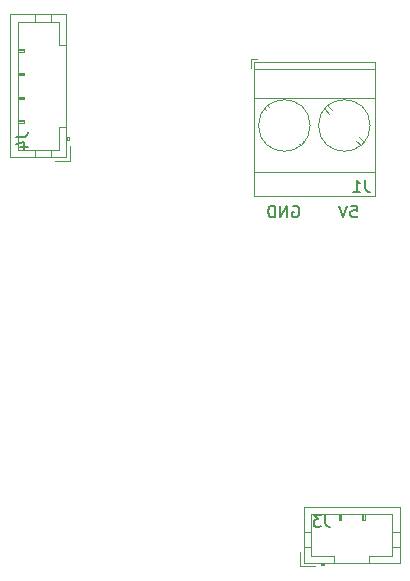
<source format=gbr>
G04 #@! TF.GenerationSoftware,KiCad,Pcbnew,(5.1.5)-3*
G04 #@! TF.CreationDate,2020-12-16T00:20:50-05:00*
G04 #@! TF.ProjectId,pov_ornament,706f765f-6f72-46e6-916d-656e742e6b69,rev?*
G04 #@! TF.SameCoordinates,Original*
G04 #@! TF.FileFunction,Legend,Bot*
G04 #@! TF.FilePolarity,Positive*
%FSLAX46Y46*%
G04 Gerber Fmt 4.6, Leading zero omitted, Abs format (unit mm)*
G04 Created by KiCad (PCBNEW (5.1.5)-3) date 2020-12-16 00:20:50*
%MOMM*%
%LPD*%
G04 APERTURE LIST*
%ADD10C,0.150000*%
%ADD11C,0.120000*%
G04 APERTURE END LIST*
D10*
X147011904Y-91000000D02*
X147107142Y-90952380D01*
X147250000Y-90952380D01*
X147392857Y-91000000D01*
X147488095Y-91095238D01*
X147535714Y-91190476D01*
X147583333Y-91380952D01*
X147583333Y-91523809D01*
X147535714Y-91714285D01*
X147488095Y-91809523D01*
X147392857Y-91904761D01*
X147250000Y-91952380D01*
X147154761Y-91952380D01*
X147011904Y-91904761D01*
X146964285Y-91857142D01*
X146964285Y-91523809D01*
X147154761Y-91523809D01*
X146535714Y-91952380D02*
X146535714Y-90952380D01*
X145964285Y-91952380D01*
X145964285Y-90952380D01*
X145488095Y-91952380D02*
X145488095Y-90952380D01*
X145250000Y-90952380D01*
X145107142Y-91000000D01*
X145011904Y-91095238D01*
X144964285Y-91190476D01*
X144916666Y-91380952D01*
X144916666Y-91523809D01*
X144964285Y-91714285D01*
X145011904Y-91809523D01*
X145107142Y-91904761D01*
X145250000Y-91952380D01*
X145488095Y-91952380D01*
X151940476Y-90952380D02*
X152416666Y-90952380D01*
X152464285Y-91428571D01*
X152416666Y-91380952D01*
X152321428Y-91333333D01*
X152083333Y-91333333D01*
X151988095Y-91380952D01*
X151940476Y-91428571D01*
X151892857Y-91523809D01*
X151892857Y-91761904D01*
X151940476Y-91857142D01*
X151988095Y-91904761D01*
X152083333Y-91952380D01*
X152321428Y-91952380D01*
X152416666Y-91904761D01*
X152464285Y-91857142D01*
X151607142Y-90952380D02*
X151273809Y-91952380D01*
X150940476Y-90952380D01*
D11*
X147940000Y-121210000D02*
X147940000Y-116490000D01*
X147940000Y-116490000D02*
X156060000Y-116490000D01*
X156060000Y-116490000D02*
X156060000Y-121210000D01*
X156060000Y-121210000D02*
X147940000Y-121210000D01*
X149700000Y-121210000D02*
X149700000Y-121410000D01*
X149700000Y-121410000D02*
X149400000Y-121410000D01*
X149400000Y-121410000D02*
X149400000Y-121210000D01*
X149700000Y-121310000D02*
X149400000Y-121310000D01*
X150500000Y-121210000D02*
X150500000Y-120600000D01*
X150500000Y-120600000D02*
X148550000Y-120600000D01*
X148550000Y-120600000D02*
X148550000Y-117100000D01*
X148550000Y-117100000D02*
X155450000Y-117100000D01*
X155450000Y-117100000D02*
X155450000Y-120600000D01*
X155450000Y-120600000D02*
X153500000Y-120600000D01*
X153500000Y-120600000D02*
X153500000Y-121210000D01*
X147940000Y-119900000D02*
X148550000Y-119900000D01*
X147940000Y-118600000D02*
X148550000Y-118600000D01*
X156060000Y-119900000D02*
X155450000Y-119900000D01*
X156060000Y-118600000D02*
X155450000Y-118600000D01*
X150900000Y-117100000D02*
X150900000Y-117600000D01*
X150900000Y-117600000D02*
X151100000Y-117600000D01*
X151100000Y-117600000D02*
X151100000Y-117100000D01*
X151000000Y-117100000D02*
X151000000Y-117600000D01*
X152900000Y-117100000D02*
X152900000Y-117600000D01*
X152900000Y-117600000D02*
X153100000Y-117600000D01*
X153100000Y-117600000D02*
X153100000Y-117100000D01*
X153000000Y-117100000D02*
X153000000Y-117600000D01*
X148890000Y-121510000D02*
X147640000Y-121510000D01*
X147640000Y-121510000D02*
X147640000Y-120260000D01*
X127835000Y-86885000D02*
X123115000Y-86885000D01*
X123115000Y-86885000D02*
X123115000Y-74765000D01*
X123115000Y-74765000D02*
X127835000Y-74765000D01*
X127835000Y-74765000D02*
X127835000Y-86885000D01*
X127835000Y-85125000D02*
X128035000Y-85125000D01*
X128035000Y-85125000D02*
X128035000Y-85425000D01*
X128035000Y-85425000D02*
X127835000Y-85425000D01*
X127935000Y-85125000D02*
X127935000Y-85425000D01*
X127835000Y-84325000D02*
X127225000Y-84325000D01*
X127225000Y-84325000D02*
X127225000Y-86275000D01*
X127225000Y-86275000D02*
X123725000Y-86275000D01*
X123725000Y-86275000D02*
X123725000Y-75375000D01*
X123725000Y-75375000D02*
X127225000Y-75375000D01*
X127225000Y-75375000D02*
X127225000Y-77325000D01*
X127225000Y-77325000D02*
X127835000Y-77325000D01*
X126525000Y-86885000D02*
X126525000Y-86275000D01*
X125225000Y-86885000D02*
X125225000Y-86275000D01*
X126525000Y-74765000D02*
X126525000Y-75375000D01*
X125225000Y-74765000D02*
X125225000Y-75375000D01*
X123725000Y-83925000D02*
X124225000Y-83925000D01*
X124225000Y-83925000D02*
X124225000Y-83725000D01*
X124225000Y-83725000D02*
X123725000Y-83725000D01*
X123725000Y-83825000D02*
X124225000Y-83825000D01*
X123725000Y-81925000D02*
X124225000Y-81925000D01*
X124225000Y-81925000D02*
X124225000Y-81725000D01*
X124225000Y-81725000D02*
X123725000Y-81725000D01*
X123725000Y-81825000D02*
X124225000Y-81825000D01*
X123725000Y-79925000D02*
X124225000Y-79925000D01*
X124225000Y-79925000D02*
X124225000Y-79725000D01*
X124225000Y-79725000D02*
X123725000Y-79725000D01*
X123725000Y-79825000D02*
X124225000Y-79825000D01*
X123725000Y-77925000D02*
X124225000Y-77925000D01*
X124225000Y-77925000D02*
X124225000Y-77725000D01*
X124225000Y-77725000D02*
X123725000Y-77725000D01*
X123725000Y-77825000D02*
X124225000Y-77825000D01*
X128135000Y-85935000D02*
X128135000Y-87185000D01*
X128135000Y-87185000D02*
X126885000Y-87185000D01*
X148480000Y-84175000D02*
G75*
G03X148480000Y-84175000I-2180000J0D01*
G01*
X153560000Y-84175000D02*
G75*
G03X153560000Y-84175000I-2180000J0D01*
G01*
X143700000Y-79375000D02*
X153980000Y-79375000D01*
X143700000Y-81875000D02*
X153980000Y-81875000D01*
X143700000Y-88075000D02*
X153980000Y-88075000D01*
X143700000Y-90135000D02*
X153980000Y-90135000D01*
X143700000Y-78815000D02*
X153980000Y-78815000D01*
X143700000Y-90135000D02*
X143700000Y-78815000D01*
X153980000Y-90135000D02*
X153980000Y-78815000D01*
X147954000Y-85563000D02*
X147847000Y-85456000D01*
X145018000Y-82628000D02*
X144912000Y-82521000D01*
X147688000Y-85829000D02*
X147581000Y-85722000D01*
X144752000Y-82894000D02*
X144646000Y-82787000D01*
X153034000Y-85563000D02*
X152639000Y-85167000D01*
X150373000Y-82901000D02*
X149993000Y-82521000D01*
X152768000Y-85829000D02*
X152388000Y-85449000D01*
X150122000Y-83183000D02*
X149727000Y-82787000D01*
X143460000Y-79315000D02*
X143460000Y-78575000D01*
X143460000Y-78575000D02*
X143960000Y-78575000D01*
D10*
X149783333Y-117152380D02*
X149783333Y-117866666D01*
X149830952Y-118009523D01*
X149926190Y-118104761D01*
X150069047Y-118152380D01*
X150164285Y-118152380D01*
X149402380Y-117152380D02*
X148783333Y-117152380D01*
X149116666Y-117533333D01*
X148973809Y-117533333D01*
X148878571Y-117580952D01*
X148830952Y-117628571D01*
X148783333Y-117723809D01*
X148783333Y-117961904D01*
X148830952Y-118057142D01*
X148878571Y-118104761D01*
X148973809Y-118152380D01*
X149259523Y-118152380D01*
X149354761Y-118104761D01*
X149402380Y-118057142D01*
X123602380Y-85116666D02*
X124316666Y-85116666D01*
X124459523Y-85069047D01*
X124554761Y-84973809D01*
X124602380Y-84830952D01*
X124602380Y-84735714D01*
X123935714Y-86021428D02*
X124602380Y-86021428D01*
X123554761Y-85783333D02*
X124269047Y-85545238D01*
X124269047Y-86164285D01*
X153133333Y-88777380D02*
X153133333Y-89491666D01*
X153180952Y-89634523D01*
X153276190Y-89729761D01*
X153419047Y-89777380D01*
X153514285Y-89777380D01*
X152133333Y-89777380D02*
X152704761Y-89777380D01*
X152419047Y-89777380D02*
X152419047Y-88777380D01*
X152514285Y-88920238D01*
X152609523Y-89015476D01*
X152704761Y-89063095D01*
M02*

</source>
